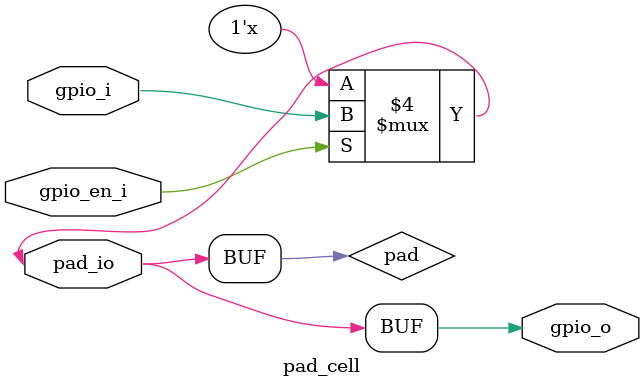
<source format=sv>

module pad_cell #(
) (
    input  logic gpio_i,
    input  logic gpio_en_i,
    output logic gpio_o,

    inout logic pad_io
);

  logic pad;

  assign gpio_o = pad_io;
  assign pad_io = pad;

  always_comb begin
    if (gpio_en_i == 1'b1) begin
      pad = gpio_i;
    end else begin
      pad = 1'bz;
    end
  end

endmodule

</source>
